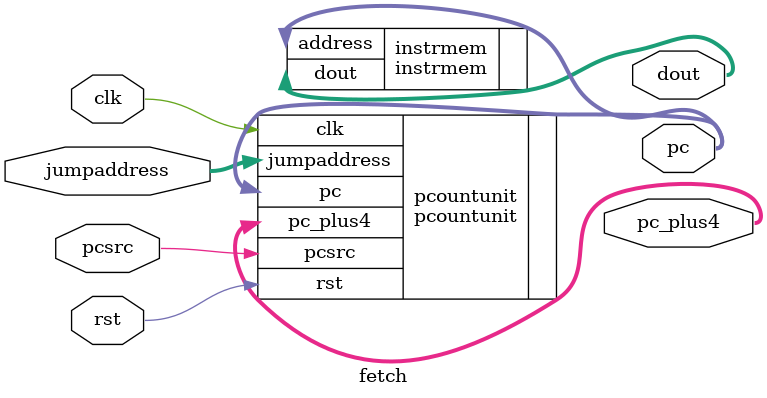
<source format=sv>
module fetch #(
  parameter A_WIDTH = 32
) (
    input logic pcsrc, clk, rst, 
    input logic [A_WIDTH-1:0] jumpaddress,      
    output [A_WIDTH-1:0] dout,                  //instruction mem out
    output [A_WIDTH-1:0] pc,
    output [A_WIDTH-1:0] pc_plus4
);

pcountunit pcountunit(
  .pcsrc(pcsrc),
  .clk(clk),
  .rst(rst),
  .jumpaddress(jumpaddress),
  .pc(pc),
  .pc_plus4(pc_plus4)
);

instrmem instrmem(
  .address(pc),
  .dout(dout)          // output intruction memory
);

endmodule

</source>
